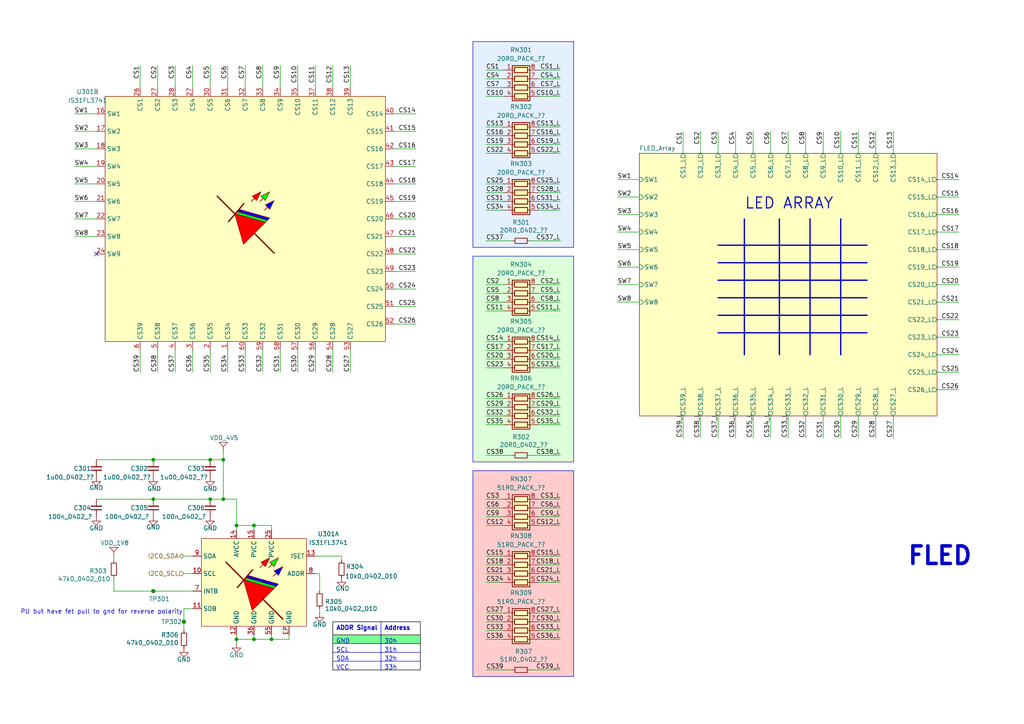
<source format=kicad_sch>
(kicad_sch (version 20250114) (generator "eeschema") (generator_version "9.0")
  (paper "A4")
  (title_block (title "Beacon Tower") (date "2025-06-14") (rev "1"))
  (lib_symbols
    (symbol "CUSTOM_LIBRARY:IS31FL3741"
      (property "Reference" "U" (at -5.08 5.08 0))
      (property "Value" "IS31FL3741" (at 0 2.54 0))
      (symbol "IS31FL3741_1_1"
        (rectangle (start 0 0) (end 30.48 -25.4) (fill (type background)))
        (polyline (pts (xy 7.112 -6.858) (xy 12.192 -11.938)) (stroke (width 0.381)))
        (polyline (pts (xy 10.414 -14.224) (xy 14.859 -9.017)) (stroke (width 0.381)))
        (polyline (pts (xy 12.192 -11.938) (xy 14.732 -20.828) (xy 21.082 -14.478) (xy 12.192 -11.938)) (fill (type color) (color 255 0 0 1)))
        (polyline (pts (xy 17.907 -7.493) (xy 17.018 -8.382)) (stroke (width 0.2032)))
        (polyline (pts (xy 17.907 -17.653) (xy 23.622 -23.368)) (stroke (width 0.381)))
        (polyline (pts (xy 18.542 -8.128) (xy 18.542 -8.128) (xy 19.812 -5.588) (xy 17.272 -6.858) (xy 18.542 -8.128)) (fill (type color) (color 255 0 0 1)))
        (polyline (pts (xy 20.447 -7.493) (xy 19.558 -8.382)) (stroke (width 0.2032)))
        (polyline (pts (xy 21.082 -8.128) (xy 21.082 -8.128) (xy 22.352 -5.588) (xy 19.812 -6.858) (xy 21.082 -8.128)) (fill (type color) (color 0 255 0 1)))
        (polyline (pts (xy 21.082 -14.478) (xy 21.717 -13.843) (xy 12.827 -11.303) (xy 12.192 -11.938) (xy 21.082 -14.478)) (fill (type color) (color 0 255 0 1)))
        (polyline (pts (xy 21.717 -10.033) (xy 20.828 -10.922)) (stroke (width 0.2032)))
        (polyline (pts (xy 21.717 -13.843) (xy 22.352 -13.208) (xy 13.462 -10.668) (xy 12.827 -11.303) (xy 21.717 -13.843)) (fill (type color) (color 0 0 255 1)))
        (polyline (pts (xy 22.352 -10.668) (xy 22.352 -10.668) (xy 23.622 -8.128) (xy 21.082 -9.398) (xy 22.352 -10.668)) (fill (type color) (color 0 0 255 1)))
        (pin bidirectional line (at -2.54 -5.08 0) (length 2.54) (name "SDA") (number "9"))
        (pin input line (at -2.54 -10.16 0) (length 2.54) (name "SCL") (number "10"))
        (pin input line (at -2.54 -15.24 0) (length 2.54) (name "INTB") (number "7"))
        (pin input line (at -2.54 -20.32 0) (length 2.54) (name "SDB") (number "11"))
        (pin power_in line (at 10.16 2.54 270) (length 2.54) (name "AVCC") (number "14"))
        (pin input line (at 10.16 -27.94 90) (length 2.54) (name "GND") (number "12"))
        (pin power_in line (at 15.24 2.54 270) (length 2.54) (name "PVCC") (number "15"))
        (pin passive line (at 15.24 -27.94 90) (length 2.54) (name "GND") (number "36"))
        (pin power_in line (at 20.32 2.54 270) (length 2.54) (name "PVCC") (number "25"))
        (pin passive line (at 20.32 -27.94 90) (length 2.54) (name "GND") (number "55"))
        (pin passive line (at 25.4 -27.94 90) (length 2.54) (name "GND") (number "EP"))
        (pin input line (at 33.02 -5.08 180) (length 2.54) (name "ISET") (number "13"))
        (pin input line (at 33.02 -10.16 180) (length 2.54) (name "ADDR") (number "8"))
      )
      (symbol "IS31FL3741_2_1"
        (rectangle (start 0 0) (end 81.28 -71.12) (fill (type background)))
        (polyline (pts (xy 32.512 -28.956) (xy 37.592 -34.036)) (stroke (width 0.381)))
        (polyline (pts (xy 35.814 -36.322) (xy 40.259 -31.115)) (stroke (width 0.381)))
        (polyline (pts (xy 37.592 -34.036) (xy 40.132 -42.926) (xy 46.482 -36.576) (xy 37.592 -34.036)) (fill (type color) (color 255 0 0 1)))
        (polyline (pts (xy 43.307 -29.591) (xy 42.418 -30.48)) (stroke (width 0.2032)))
        (polyline (pts (xy 43.307 -39.751) (xy 49.022 -45.466)) (stroke (width 0.381)))
        (polyline (pts (xy 43.942 -30.226) (xy 43.942 -30.226) (xy 45.212 -27.686) (xy 42.672 -28.956) (xy 43.942 -30.226)) (fill (type color) (color 255 0 0 1)))
        (polyline (pts (xy 45.847 -29.591) (xy 44.958 -30.48)) (stroke (width 0.2032)))
        (polyline (pts (xy 46.482 -30.226) (xy 46.482 -30.226) (xy 47.752 -27.686) (xy 45.212 -28.956) (xy 46.482 -30.226)) (fill (type color) (color 0 255 0 1)))
        (polyline (pts (xy 46.482 -36.576) (xy 47.117 -35.941) (xy 38.227 -33.401) (xy 37.592 -34.036) (xy 46.482 -36.576)) (fill (type color) (color 0 255 0 1)))
        (polyline (pts (xy 47.117 -32.131) (xy 46.228 -33.02)) (stroke (width 0.2032)))
        (polyline (pts (xy 47.117 -35.941) (xy 47.752 -35.306) (xy 38.862 -32.766) (xy 38.227 -33.401) (xy 47.117 -35.941)) (fill (type color) (color 0 0 255 1)))
        (polyline (pts (xy 47.752 -32.766) (xy 47.752 -32.766) (xy 49.022 -30.226) (xy 46.482 -31.496) (xy 47.752 -32.766)) (fill (type color) (color 0 0 255 1)))
        (pin output line (at -2.54 -5.08 0) (length 2.54) (name "SW1") (number "16"))
        (pin output line (at -2.54 -10.16 0) (length 2.54) (name "SW2") (number "17"))
        (pin output line (at -2.54 -15.24 0) (length 2.54) (name "SW3") (number "18"))
        (pin output line (at -2.54 -20.32 0) (length 2.54) (name "SW4") (number "19"))
        (pin output line (at -2.54 -25.4 0) (length 2.54) (name "SW5") (number "20"))
        (pin output line (at -2.54 -30.48 0) (length 2.54) (name "SW6") (number "21"))
        (pin output line (at -2.54 -35.56 0) (length 2.54) (name "SW7") (number "22"))
        (pin output line (at -2.54 -40.64 0) (length 2.54) (name "SW8") (number "23"))
        (pin output line (at -2.54 -45.72 0) (length 2.54) (name "SW9") (number "24"))
        (pin input line (at 10.16 2.54 270) (length 2.54) (name "CS1") (number "26"))
        (pin input line (at 10.16 -73.66 90) (length 2.54) (name "CS39") (number "6"))
        (pin input line (at 15.24 2.54 270) (length 2.54) (name "CS2") (number "27"))
        (pin input line (at 15.24 -73.66 90) (length 2.54) (name "CS38") (number "5"))
        (pin input line (at 20.32 2.54 270) (length 2.54) (name "CS3") (number "28"))
        (pin input line (at 20.32 -73.66 90) (length 2.54) (name "CS37") (number "4"))
        (pin input line (at 25.4 2.54 270) (length 2.54) (name "CS4") (number "27"))
        (pin input line (at 25.4 -73.66 90) (length 2.54) (name "CS36") (number "3"))
        (pin input line (at 30.48 2.54 270) (length 2.54) (name "CS5") (number "30"))
        (pin input line (at 30.48 -73.66 90) (length 2.54) (name "CS35") (number "2"))
        (pin input line (at 35.56 2.54 270) (length 2.54) (name "CS6") (number "31"))
        (pin input line (at 35.56 -73.66 90) (length 2.54) (name "CS34") (number "1"))
        (pin input line (at 40.64 2.54 270) (length 2.54) (name "CS7") (number "32"))
        (pin input line (at 40.64 -73.66 90) (length 2.54) (name "CS33") (number "60"))
        (pin input line (at 45.72 2.54 270) (length 2.54) (name "CS8") (number "33"))
        (pin input line (at 45.72 -73.66 90) (length 2.54) (name "CS32") (number "59"))
        (pin input line (at 50.8 2.54 270) (length 2.54) (name "CS9") (number "34"))
        (pin input line (at 50.8 -73.66 90) (length 2.54) (name "CS31") (number "58"))
        (pin input line (at 55.88 2.54 270) (length 2.54) (name "CS10") (number "35"))
        (pin input line (at 55.88 -73.66 90) (length 2.54) (name "CS30") (number "57"))
        (pin input line (at 60.96 2.54 270) (length 2.54) (name "CS11") (number "37"))
        (pin input line (at 60.96 -73.66 90) (length 2.54) (name "CS29") (number "56"))
        (pin input line (at 66.04 2.54 270) (length 2.54) (name "CS12") (number "38"))
        (pin input line (at 66.04 -73.66 90) (length 2.54) (name "CS28") (number "54"))
        (pin input line (at 71.12 2.54 270) (length 2.54) (name "CS13") (number "39"))
        (pin input line (at 71.12 -73.66 90) (length 2.54) (name "CS27") (number "53"))
        (pin input line (at 83.82 -5.08 180) (length 2.54) (name "CS14") (number "40"))
        (pin input line (at 83.82 -10.16 180) (length 2.54) (name "CS15") (number "41"))
        (pin input line (at 83.82 -15.24 180) (length 2.54) (name "CS16") (number "42"))
        (pin input line (at 83.82 -20.32 180) (length 2.54) (name "CS17") (number "43"))
        (pin input line (at 83.82 -25.4 180) (length 2.54) (name "CS18") (number "44"))
        (pin input line (at 83.82 -30.48 180) (length 2.54) (name "CS19") (number "45"))
        (pin input line (at 83.82 -35.56 180) (length 2.54) (name "CS20") (number "46"))
        (pin input line (at 83.82 -40.64 180) (length 2.54) (name "CS21") (number "47"))
        (pin input line (at 83.82 -45.72 180) (length 2.54) (name "CS22") (number "48"))
        (pin input line (at 83.82 -50.8 180) (length 2.54) (name "CS23") (number "49"))
        (pin input line (at 83.82 -55.88 180) (length 2.54) (name "CS24") (number "50"))
        (pin input line (at 83.82 -60.96 180) (length 2.54) (name "CS25") (number "51"))
        (pin input line (at 83.82 -66.04 180) (length 2.54) (name "CS26") (number "52"))
      )
    )
    (symbol "CUSTOM_LIBRARY:POWER_SINK" (power) (in_bom no) (on_board no)
      (property "Value" "POWER_SINK" (at -1.016 3.81 0))
      (symbol "POWER_SINK_0_1"
        (polyline (pts (xy 0 1.27) (xy 0 0)))
        (polyline (pts (xy 0 1.27) (xy -1.27 2.54) (xy 1.27 2.54) (xy 0 1.27)))
      )
      (symbol "POWER_SINK_1_1"
        (pin power_in line (at 0 0 90) (length 1.27) (hide yes) (name "VDD_3V3") (number ""))
      )
    )
    (symbol "CUSTOM_LIBRARY:R_Network_Combined_4"
      (property "Reference" "RN" (at 3.81 2.794 0))
      (symbol "R_Network_Combined_4_0_1"
        (rectangle (start 6.985 0.762) (end 3.175 -0.762) (stroke (width 0.254)))
        (rectangle (start 6.985 -1.778) (end 3.175 -3.302) (stroke (width 0.254)))
        (rectangle (start 6.985 -4.318) (end 3.175 -5.842) (stroke (width 0.254)))
        (rectangle (start 6.985 -6.858) (end 3.175 -8.382) (stroke (width 0.254)))
        (rectangle (start 7.62 1.27) (end 2.54 -8.89) (stroke (width 0.254)) (fill (type background)))
      )
      (symbol "R_Network_Combined_4_1_1"
        (pin passive line (at 0 0 0) (length 3.175) (name "~") (number "1"))
        (pin passive line (at 0 -2.54 0) (length 3.175) (name "~") (number "2"))
        (pin passive line (at 0 -5.08 0) (length 3.175) (name "~") (number "3"))
        (pin passive line (at 0 -7.62 0) (length 3.175) (name "~") (number "4"))
        (pin passive line (at 10.16 0 180) (length 3.175) (name "~") (number "8"))
        (pin passive line (at 10.16 -2.54 180) (length 3.175) (name "~") (number "7"))
        (pin passive line (at 10.16 -5.08 180) (length 3.175) (name "~") (number "6"))
        (pin passive line (at 10.16 -7.62 180) (length 3.175) (name "~") (number "5"))
      )
    )
    (symbol "Connector:TestPoint_Small" (pin_numbers (hide yes)) (pin_names (offset 0.762) (hide yes))
      (property "Reference" "TP" (at 0 3.81 0))
      (property "Value" "TestPoint_Small" (at 0 2.032 0))
      (symbol "TestPoint_Small_0_1"
        (circle (center 0 0) (radius 0.508))
      )
      (symbol "TestPoint_Small_1_1"
        (pin passive line (at 0 0 90) (length 0) (name "1") (number "1"))
      )
    )
    (symbol "Device:C_Small" (pin_numbers (hide yes)) (pin_names (offset 0.254) (hide yes))
      (property "Reference" "C" (at 0.254 1.778 0))
      (property "Value" "C_Small" (at 0.254 -2.032 0))
      (symbol "C_Small_0_1"
        (polyline (pts (xy -1.524 0.508) (xy 1.524 0.508)) (stroke (width 0.3048)))
        (polyline (pts (xy -1.524 -0.508) (xy 1.524 -0.508)) (stroke (width 0.3302)))
      )
      (symbol "C_Small_1_1"
        (pin passive line (at 0 2.54 270) (length 2.032) (name "~") (number "1"))
        (pin passive line (at 0 -2.54 90) (length 2.032) (name "~") (number "2"))
      )
    )
    (symbol "Device:R_Small" (pin_numbers (hide yes)) (pin_names (offset 0.254) (hide yes))
      (property "Reference" "R" (at 0 0 90))
      (property "Value" "R_Small" (at 1.778 0 90))
      (symbol "R_Small_0_1"
        (rectangle (start -0.762 1.778) (end 0.762 -1.778) (stroke (width 0.2032)))
      )
      (symbol "R_Small_1_1"
        (pin passive line (at 0 2.54 270) (length 0.762) (name "~") (number "1"))
        (pin passive line (at 0 -2.54 90) (length 0.762) (name "~") (number "2"))
      )
    )
    (symbol "IS31FL3741_2"
      (property "Reference" "U" (at -5.08 5.08 0))
      (property "Value" "IS31FL3741" (at 0 2.54 0))
      (symbol "IS31FL3741_2_1_1"
        (rectangle (start 0 0) (end 30.48 -25.4) (fill (type background)))
        (polyline (pts (xy 7.112 -6.858) (xy 12.192 -11.938)) (stroke (width 0.381)))
        (polyline (pts (xy 10.414 -14.224) (xy 14.859 -9.017)) (stroke (width 0.381)))
        (polyline (pts (xy 12.192 -11.938) (xy 14.732 -20.828) (xy 21.082 -14.478) (xy 12.192 -11.938)) (fill (type color) (color 255 0 0 1)))
        (polyline (pts (xy 17.907 -7.493) (xy 17.018 -8.382)) (stroke (width 0.2032)))
        (polyline (pts (xy 17.907 -17.653) (xy 23.622 -23.368)) (stroke (width 0.381)))
        (polyline (pts (xy 18.542 -8.128) (xy 18.542 -8.128) (xy 19.812 -5.588) (xy 17.272 -6.858) (xy 18.542 -8.128)) (fill (type color) (color 255 0 0 1)))
        (polyline (pts (xy 20.447 -7.493) (xy 19.558 -8.382)) (stroke (width 0.2032)))
        (polyline (pts (xy 21.082 -8.128) (xy 21.082 -8.128) (xy 22.352 -5.588) (xy 19.812 -6.858) (xy 21.082 -8.128)) (fill (type color) (color 0 255 0 1)))
        (polyline (pts (xy 21.082 -14.478) (xy 21.717 -13.843) (xy 12.827 -11.303) (xy 12.192 -11.938) (xy 21.082 -14.478)) (fill (type color) (color 0 255 0 1)))
        (polyline (pts (xy 21.717 -10.033) (xy 20.828 -10.922)) (stroke (width 0.2032)))
        (polyline (pts (xy 21.717 -13.843) (xy 22.352 -13.208) (xy 13.462 -10.668) (xy 12.827 -11.303) (xy 21.717 -13.843)) (fill (type color) (color 0 0 255 1)))
        (polyline (pts (xy 22.352 -10.668) (xy 22.352 -10.668) (xy 23.622 -8.128) (xy 21.082 -9.398) (xy 22.352 -10.668)) (fill (type color) (color 0 0 255 1)))
        (pin bidirectional line (at -2.54 -5.08 0) (length 2.54) (name "SDA") (number "9"))
        (pin input line (at -2.54 -10.16 0) (length 2.54) (name "SCL") (number "10"))
        (pin input line (at -2.54 -15.24 0) (length 2.54) (name "INTB") (number "7"))
        (pin input line (at -2.54 -20.32 0) (length 2.54) (name "SDB") (number "11"))
        (pin power_in line (at 10.16 2.54 270) (length 2.54) (name "AVCC") (number "14"))
        (pin input line (at 10.16 -27.94 90) (length 2.54) (name "GND") (number "12"))
        (pin power_in line (at 15.24 2.54 270) (length 2.54) (name "PVCC") (number "15"))
        (pin passive line (at 15.24 -27.94 90) (length 2.54) (name "GND") (number "36"))
        (pin power_in line (at 20.32 2.54 270) (length 2.54) (name "PVCC") (number "25"))
        (pin passive line (at 20.32 -27.94 90) (length 2.54) (name "GND") (number "55"))
        (pin passive line (at 25.4 -27.94 90) (length 2.54) (name "GND") (number "EP"))
        (pin input line (at 33.02 -5.08 180) (length 2.54) (name "ISET") (number "13"))
        (pin input line (at 33.02 -10.16 180) (length 2.54) (name "ADDR") (number "8"))
      )
      (symbol "IS31FL3741_2_2_1"
        (rectangle (start 0 0) (end 81.28 -71.12) (fill (type background)))
        (polyline (pts (xy 32.512 -28.956) (xy 37.592 -34.036)) (stroke (width 0.381)))
        (polyline (pts (xy 35.814 -36.322) (xy 40.259 -31.115)) (stroke (width 0.381)))
        (polyline (pts (xy 37.592 -34.036) (xy 40.132 -42.926) (xy 46.482 -36.576) (xy 37.592 -34.036)) (fill (type color) (color 255 0 0 1)))
        (polyline (pts (xy 43.307 -29.591) (xy 42.418 -30.48)) (stroke (width 0.2032)))
        (polyline (pts (xy 43.307 -39.751) (xy 49.022 -45.466)) (stroke (width 0.381)))
        (polyline (pts (xy 43.942 -30.226) (xy 43.942 -30.226) (xy 45.212 -27.686) (xy 42.672 -28.956) (xy 43.942 -30.226)) (fill (type color) (color 255 0 0 1)))
        (polyline (pts (xy 45.847 -29.591) (xy 44.958 -30.48)) (stroke (width 0.2032)))
        (polyline (pts (xy 46.482 -30.226) (xy 46.482 -30.226) (xy 47.752 -27.686) (xy 45.212 -28.956) (xy 46.482 -30.226)) (fill (type color) (color 0 255 0 1)))
        (polyline (pts (xy 46.482 -36.576) (xy 47.117 -35.941) (xy 38.227 -33.401) (xy 37.592 -34.036) (xy 46.482 -36.576)) (fill (type color) (color 0 255 0 1)))
        (polyline (pts (xy 47.117 -32.131) (xy 46.228 -33.02)) (stroke (width 0.2032)))
        (polyline (pts (xy 47.117 -35.941) (xy 47.752 -35.306) (xy 38.862 -32.766) (xy 38.227 -33.401) (xy 47.117 -35.941)) (fill (type color) (color 0 0 255 1)))
        (polyline (pts (xy 47.752 -32.766) (xy 47.752 -32.766) (xy 49.022 -30.226) (xy 46.482 -31.496) (xy 47.752 -32.766)) (fill (type color) (color 0 0 255 1)))
        (pin output line (at -2.54 -5.08 0) (length 2.54) (name "SW1") (number "16"))
        (pin output line (at -2.54 -10.16 0) (length 2.54) (name "SW2") (number "17"))
        (pin output line (at -2.54 -15.24 0) (length 2.54) (name "SW3") (number "18"))
        (pin output line (at -2.54 -20.32 0) (length 2.54) (name "SW4") (number "19"))
        (pin output line (at -2.54 -25.4 0) (length 2.54) (name "SW5") (number "20"))
        (pin output line (at -2.54 -30.48 0) (length 2.54) (name "SW6") (number "21"))
        (pin output line (at -2.54 -35.56 0) (length 2.54) (name "SW7") (number "22"))
        (pin output line (at -2.54 -40.64 0) (length 2.54) (name "SW8") (number "23"))
        (pin output line (at -2.54 -45.72 0) (length 2.54) (name "SW9") (number "24"))
        (pin input line (at 10.16 2.54 270) (length 2.54) (name "CS1") (number "26"))
        (pin input line (at 10.16 -73.66 90) (length 2.54) (name "CS39") (number "6"))
        (pin input line (at 15.24 2.54 270) (length 2.54) (name "CS2") (number "27"))
        (pin input line (at 15.24 -73.66 90) (length 2.54) (name "CS38") (number "5"))
        (pin input line (at 20.32 2.54 270) (length 2.54) (name "CS3") (number "28"))
        (pin input line (at 20.32 -73.66 90) (length 2.54) (name "CS37") (number "4"))
        (pin input line (at 25.4 2.54 270) (length 2.54) (name "CS4") (number "27"))
        (pin input line (at 25.4 -73.66 90) (length 2.54) (name "CS36") (number "3"))
        (pin input line (at 30.48 2.54 270) (length 2.54) (name "CS5") (number "30"))
        (pin input line (at 30.48 -73.66 90) (length 2.54) (name "CS35") (number "2"))
        (pin input line (at 35.56 2.54 270) (length 2.54) (name "CS6") (number "31"))
        (pin input line (at 35.56 -73.66 90) (length 2.54) (name "CS34") (number "1"))
        (pin input line (at 40.64 2.54 270) (length 2.54) (name "CS7") (number "32"))
        (pin input line (at 40.64 -73.66 90) (length 2.54) (name "CS33") (number "60"))
        (pin input line (at 45.72 2.54 270) (length 2.54) (name "CS8") (number "33"))
        (pin input line (at 45.72 -73.66 90) (length 2.54) (name "CS32") (number "59"))
        (pin input line (at 50.8 2.54 270) (length 2.54) (name "CS9") (number "34"))
        (pin input line (at 50.8 -73.66 90) (length 2.54) (name "CS31") (number "58"))
        (pin input line (at 55.88 2.54 270) (length 2.54) (name "CS10") (number "35"))
        (pin input line (at 55.88 -73.66 90) (length 2.54) (name "CS30") (number "57"))
        (pin input line (at 60.96 2.54 270) (length 2.54) (name "CS11") (number "37"))
        (pin input line (at 60.96 -73.66 90) (length 2.54) (name "CS29") (number "56"))
        (pin input line (at 66.04 2.54 270) (length 2.54) (name "CS12") (number "38"))
        (pin input line (at 66.04 -73.66 90) (length 2.54) (name "CS28") (number "54"))
        (pin input line (at 71.12 2.54 270) (length 2.54) (name "CS13") (number "39"))
        (pin input line (at 71.12 -73.66 90) (length 2.54) (name "CS27") (number "53"))
        (pin input line (at 83.82 -5.08 180) (length 2.54) (name "CS14") (number "40"))
        (pin input line (at 83.82 -10.16 180) (length 2.54) (name "CS15") (number "41"))
        (pin input line (at 83.82 -15.24 180) (length 2.54) (name "CS16") (number "42"))
        (pin input line (at 83.82 -20.32 180) (length 2.54) (name "CS17") (number "43"))
        (pin input line (at 83.82 -25.4 180) (length 2.54) (name "CS18") (number "44"))
        (pin input line (at 83.82 -30.48 180) (length 2.54) (name "CS19") (number "45"))
        (pin input line (at 83.82 -35.56 180) (length 2.54) (name "CS20") (number "46"))
        (pin input line (at 83.82 -40.64 180) (length 2.54) (name "CS21") (number "47"))
        (pin input line (at 83.82 -45.72 180) (length 2.54) (name "CS22") (number "48"))
        (pin input line (at 83.82 -50.8 180) (length 2.54) (name "CS23") (number "49"))
        (pin input line (at 83.82 -55.88 180) (length 2.54) (name "CS24") (number "50"))
        (pin input line (at 83.82 -60.96 180) (length 2.54) (name "CS25") (number "51"))
        (pin input line (at 83.82 -66.04 180) (length 2.54) (name "CS26") (number "52"))
      )
    )
    (symbol "power:GND" (power) (pin_numbers (hide yes)) (pin_names (offset 0) (hide yes))
      (property "Value" "GND" (at 0 -3.81 0))
      (symbol "GND_0_1"
        (polyline (pts (xy 0 0) (xy 0 -1.27) (xy 1.27 -1.27) (xy 0 -2.54) (xy -1.27 -1.27) (xy 0 -1.27)))
      )
      (symbol "GND_1_1"
        (pin power_in line (at 0 0 270) (length 0) (name "~") (number "1"))
      )
    )
  )
  (rectangle (start 137.16 136.525) (end 166.37 196.215) (fill (type color) (color 255 0 9 0.2)))
  (rectangle (start 137.16 74.295) (end 166.37 133.985) (fill (type color) (color 80 255 67 0.2)))
  (rectangle (start 137.16 12.065) (end 166.37 71.755) (fill (type color) (color 126 182 255 0.2)))
  (text "LED ARRAY" (at 215.9 60.96 0) (effects (font (size 3.175 3.175) (thickness 0.3175)) (justify left bottom)))
  (text "PU but have fet pull to gnd for reverse polarity" (at 29.464 177.546 0) (effects (font (size 1.27 1.27))))
  (text "FLED" (at 262.89 164.338 0) (effects (font (size 5.08 5.08) (thickness 1.016) (bold yes)) (justify left bottom)))
  (junction (at 44.45 144.78))
  (junction (at 73.66 152.4))
  (junction (at 53.34 180.34))
  (junction (at 60.96 144.78))
  (junction (at 64.77 144.78))
  (junction (at 64.77 133.35))
  (junction (at 44.45 171.45))
  (junction (at 44.45 133.35))
  (junction (at 68.58 152.4))
  (junction (at 60.96 133.35))
  (junction (at 68.58 185.42))
  (junction (at 73.66 185.42))
  (junction (at 78.74 185.42))
  (no_connect (at 27.94 73.66))
  (wire (pts (xy 278.13 87.63) (xy 271.78 87.63)))
  (wire (pts (xy 68.58 152.4) (xy 73.66 152.4)))
  (wire (pts (xy 156.21 44.45) (xy 162.56 44.45)))
  (wire (pts (xy 208.28 38.1) (xy 208.28 44.45)))
  (wire (pts (xy 208.28 127) (xy 208.28 120.65)))
  (wire (pts (xy 156.21 152.4) (xy 162.56 152.4)))
  (wire (pts (xy 140.97 194.31) (xy 148.59 194.31)))
  (wire (pts (xy 179.07 52.07) (xy 185.42 52.07)))
  (wire (pts (xy 238.76 127) (xy 238.76 120.65)))
  (wire (pts (xy 228.6 127) (xy 228.6 120.65)))
  (wire (pts (xy 140.97 41.91) (xy 146.05 41.91)))
  (wire (pts (xy 91.44 19.05) (xy 91.44 25.4)))
  (wire (pts (xy 101.6 107.95) (xy 101.6 101.6)))
  (wire (pts (xy 156.21 104.14) (xy 162.56 104.14)))
  (wire (pts (xy 213.36 127) (xy 213.36 120.65)))
  (wire (pts (xy 278.13 113.03) (xy 271.78 113.03)))
  (wire (pts (xy 45.72 19.05) (xy 45.72 25.4)))
  (wire (pts (xy 73.66 185.42) (xy 78.74 185.42)))
  (wire (pts (xy 179.07 57.15) (xy 185.42 57.15)))
  (wire (pts (xy 86.36 107.95) (xy 86.36 101.6)))
  (wire (pts (xy 44.45 144.78) (xy 27.94 144.78)))
  (wire (pts (xy 60.96 144.78) (xy 44.45 144.78)))
  (wire (pts (xy 156.21 25.4) (xy 162.56 25.4)))
  (wire (pts (xy 203.2 127) (xy 203.2 120.65)))
  (wire (pts (xy 140.97 177.8) (xy 146.05 177.8)))
  (wire (pts (xy 156.21 55.88) (xy 162.56 55.88)))
  (wire (pts (xy 60.96 133.35) (xy 44.45 133.35)))
  (wire (pts (xy 21.59 68.58) (xy 27.94 68.58)))
  (wire (pts (xy 156.21 41.91) (xy 162.56 41.91)))
  (wire (pts (xy 162.56 132.08) (xy 153.67 132.08)))
  (wire (pts (xy 179.07 72.39) (xy 185.42 72.39)))
  (wire (pts (xy 53.34 180.34) (xy 53.34 176.53)))
  (wire (pts (xy 233.68 127) (xy 233.68 120.65)))
  (wire (pts (xy 21.59 33.02) (xy 27.94 33.02)))
  (wire (pts (xy 156.21 39.37) (xy 162.56 39.37)))
  (wire (pts (xy 99.06 161.29) (xy 99.06 162.56)))
  (wire (pts (xy 140.97 87.63) (xy 146.05 87.63)))
  (wire (pts (xy 278.13 67.31) (xy 271.78 67.31)))
  (wire (pts (xy 140.97 25.4) (xy 146.05 25.4)))
  (wire (pts (xy 53.34 180.34) (xy 53.34 182.88)))
  (wire (pts (xy 218.44 38.1) (xy 218.44 44.45)))
  (wire (pts (xy 218.44 127) (xy 218.44 120.65)))
  (polyline (pts (xy 208.28 76.2) (xy 251.46 76.2)) (stroke (width 0.381) (type solid)))
  (wire (pts (xy 78.74 152.4) (xy 73.66 152.4)))
  (wire (pts (xy 156.21 101.6) (xy 162.56 101.6)))
  (wire (pts (xy 120.65 73.66) (xy 114.3 73.66)))
  (wire (pts (xy 140.97 180.34) (xy 146.05 180.34)))
  (wire (pts (xy 278.13 57.15) (xy 271.78 57.15)))
  (wire (pts (xy 40.64 19.05) (xy 40.64 25.4)))
  (wire (pts (xy 120.65 33.02) (xy 114.3 33.02)))
  (wire (pts (xy 140.97 161.29) (xy 146.05 161.29)))
  (wire (pts (xy 203.2 38.1) (xy 203.2 44.45)))
  (wire (pts (xy 68.58 185.42) (xy 68.58 184.15)))
  (wire (pts (xy 156.21 99.06) (xy 162.56 99.06)))
  (wire (pts (xy 45.72 107.95) (xy 45.72 101.6)))
  (polyline (pts (xy 215.9 102.87) (xy 215.9 63.5)) (stroke (width 0.381) (type solid)))
  (wire (pts (xy 156.21 120.65) (xy 162.56 120.65)))
  (wire (pts (xy 156.21 144.78) (xy 162.56 144.78)))
  (wire (pts (xy 21.59 38.1) (xy 27.94 38.1)))
  (wire (pts (xy 140.97 99.06) (xy 146.05 99.06)))
  (wire (pts (xy 120.65 88.9) (xy 114.3 88.9)))
  (wire (pts (xy 278.13 62.23) (xy 271.78 62.23)))
  (wire (pts (xy 213.36 38.1) (xy 213.36 44.45)))
  (polyline (pts (xy 208.28 96.52) (xy 251.46 96.52)) (stroke (width 0.381) (type solid)))
  (wire (pts (xy 156.21 180.34) (xy 162.56 180.34)))
  (wire (pts (xy 64.77 130.81) (xy 64.77 133.35)))
  (wire (pts (xy 40.64 107.95) (xy 40.64 101.6)))
  (wire (pts (xy 153.67 69.85) (xy 162.56 69.85)))
  (wire (pts (xy 83.82 185.42) (xy 78.74 185.42)))
  (wire (pts (xy 44.45 133.35) (xy 27.94 133.35)))
  (wire (pts (xy 156.21 115.57) (xy 162.56 115.57)))
  (wire (pts (xy 68.58 153.67) (xy 68.58 152.4)))
  (wire (pts (xy 21.59 63.5) (xy 27.94 63.5)))
  (wire (pts (xy 140.97 82.55) (xy 146.05 82.55)))
  (wire (pts (xy 66.04 107.95) (xy 66.04 101.6)))
  (wire (pts (xy 156.21 22.86) (xy 162.56 22.86)))
  (wire (pts (xy 179.07 87.63) (xy 185.42 87.63)))
  (wire (pts (xy 91.44 107.95) (xy 91.44 101.6)))
  (wire (pts (xy 156.21 168.91) (xy 162.56 168.91)))
  (wire (pts (xy 73.66 185.42) (xy 68.58 185.42)))
  (wire (pts (xy 53.34 176.53) (xy 55.88 176.53)))
  (polyline (pts (xy 208.28 86.36) (xy 251.46 86.36)) (stroke (width 0.381) (type solid)))
  (wire (pts (xy 96.52 19.05) (xy 96.52 25.4)))
  (wire (pts (xy 44.45 171.45) (xy 55.88 171.45)))
  (wire (pts (xy 179.07 77.47) (xy 185.42 77.47)))
  (wire (pts (xy 140.97 118.11) (xy 146.05 118.11)))
  (wire (pts (xy 254 127) (xy 254 120.65)))
  (wire (pts (xy 21.59 43.18) (xy 27.94 43.18)))
  (wire (pts (xy 64.77 133.35) (xy 60.96 133.35)))
  (wire (pts (xy 140.97 58.42) (xy 146.05 58.42)))
  (wire (pts (xy 179.07 62.23) (xy 185.42 62.23)))
  (wire (pts (xy 156.21 58.42) (xy 162.56 58.42)))
  (wire (pts (xy 76.2 107.95) (xy 76.2 101.6)))
  (wire (pts (xy 140.97 144.78) (xy 146.05 144.78)))
  (wire (pts (xy 140.97 149.86) (xy 146.05 149.86)))
  (wire (pts (xy 156.21 161.29) (xy 162.56 161.29)))
  (wire (pts (xy 278.13 102.87) (xy 271.78 102.87)))
  (wire (pts (xy 120.65 53.34) (xy 114.3 53.34)))
  (wire (pts (xy 156.21 36.83) (xy 162.56 36.83)))
  (wire (pts (xy 73.66 184.15) (xy 73.66 185.42)))
  (wire (pts (xy 223.52 127) (xy 223.52 120.65)))
  (wire (pts (xy 86.36 19.05) (xy 86.36 25.4)))
  (wire (pts (xy 120.65 38.1) (xy 114.3 38.1)))
  (wire (pts (xy 68.58 144.78) (xy 68.58 152.4)))
  (wire (pts (xy 120.65 78.74) (xy 114.3 78.74)))
  (wire (pts (xy 156.21 53.34) (xy 162.56 53.34)))
  (wire (pts (xy 140.97 90.17) (xy 146.05 90.17)))
  (wire (pts (xy 198.12 127) (xy 198.12 120.65)))
  (wire (pts (xy 248.92 38.1) (xy 248.92 44.45)))
  (wire (pts (xy 248.92 127) (xy 248.92 120.65)))
  (wire (pts (xy 92.71 166.37) (xy 91.44 166.37)))
  (wire (pts (xy 120.65 83.82) (xy 114.3 83.82)))
  (wire (pts (xy 64.77 144.78) (xy 60.96 144.78)))
  (wire (pts (xy 120.65 93.98) (xy 114.3 93.98)))
  (wire (pts (xy 278.13 97.79) (xy 271.78 97.79)))
  (wire (pts (xy 140.97 39.37) (xy 146.05 39.37)))
  (wire (pts (xy 140.97 36.83) (xy 146.05 36.83)))
  (wire (pts (xy 140.97 69.85) (xy 148.59 69.85)))
  (wire (pts (xy 140.97 20.32) (xy 146.05 20.32)))
  (wire (pts (xy 140.97 163.83) (xy 146.05 163.83)))
  (wire (pts (xy 92.71 171.45) (xy 92.71 166.37)))
  (wire (pts (xy 223.52 38.1) (xy 223.52 44.45)))
  (wire (pts (xy 66.04 19.05) (xy 66.04 25.4)))
  (wire (pts (xy 140.97 101.6) (xy 146.05 101.6)))
  (wire (pts (xy 140.97 115.57) (xy 146.05 115.57)))
  (wire (pts (xy 120.65 68.58) (xy 114.3 68.58)))
  (wire (pts (xy 64.77 133.35) (xy 64.77 144.78)))
  (wire (pts (xy 92.71 176.53) (xy 92.71 177.8)))
  (wire (pts (xy 140.97 55.88) (xy 146.05 55.88)))
  (wire (pts (xy 179.07 82.55) (xy 185.42 82.55)))
  (wire (pts (xy 101.6 19.05) (xy 101.6 25.4)))
  (wire (pts (xy 278.13 92.71) (xy 271.78 92.71)))
  (wire (pts (xy 140.97 106.68) (xy 146.05 106.68)))
  (wire (pts (xy 243.84 38.1) (xy 243.84 44.45)))
  (wire (pts (xy 140.97 60.96) (xy 146.05 60.96)))
  (wire (pts (xy 81.28 19.05) (xy 81.28 25.4)))
  (wire (pts (xy 140.97 120.65) (xy 146.05 120.65)))
  (wire (pts (xy 33.02 167.64) (xy 33.02 171.45)))
  (wire (pts (xy 140.97 132.08) (xy 148.59 132.08)))
  (polyline (pts (xy 243.84 102.87) (xy 243.84 63.5)) (stroke (width 0.381) (type solid)))
  (polyline (pts (xy 226.06 102.87) (xy 226.06 63.5)) (stroke (width 0.381) (type solid)))
  (wire (pts (xy 254 38.1) (xy 254 44.45)))
  (wire (pts (xy 140.97 27.94) (xy 146.05 27.94)))
  (wire (pts (xy 156.21 82.55) (xy 162.56 82.55)))
  (wire (pts (xy 156.21 20.32) (xy 162.56 20.32)))
  (wire (pts (xy 278.13 77.47) (xy 271.78 77.47)))
  (wire (pts (xy 50.8 107.95) (xy 50.8 101.6)))
  (polyline (pts (xy 234.95 102.87) (xy 234.95 63.5)) (stroke (width 0.381) (type solid)))
  (wire (pts (xy 156.21 87.63) (xy 162.56 87.63)))
  (wire (pts (xy 50.8 19.05) (xy 50.8 25.4)))
  (wire (pts (xy 91.44 161.29) (xy 99.06 161.29)))
  (wire (pts (xy 33.02 171.45) (xy 44.45 171.45)))
  (wire (pts (xy 278.13 52.07) (xy 271.78 52.07)))
  (wire (pts (xy 120.65 63.5) (xy 114.3 63.5)))
  (wire (pts (xy 156.21 85.09) (xy 162.56 85.09)))
  (wire (pts (xy 53.34 166.37) (xy 55.88 166.37)))
  (wire (pts (xy 228.6 38.1) (xy 228.6 44.45)))
  (wire (pts (xy 140.97 85.09) (xy 146.05 85.09)))
  (wire (pts (xy 278.13 107.95) (xy 271.78 107.95)))
  (wire (pts (xy 33.02 161.29) (xy 33.02 162.56)))
  (wire (pts (xy 73.66 152.4) (xy 73.66 153.67)))
  (wire (pts (xy 140.97 22.86) (xy 146.05 22.86)))
  (wire (pts (xy 21.59 53.34) (xy 27.94 53.34)))
  (wire (pts (xy 140.97 168.91) (xy 146.05 168.91)))
  (wire (pts (xy 21.59 58.42) (xy 27.94 58.42)))
  (wire (pts (xy 278.13 72.39) (xy 271.78 72.39)))
  (wire (pts (xy 140.97 152.4) (xy 146.05 152.4)))
  (wire (pts (xy 83.82 184.15) (xy 83.82 185.42)))
  (wire (pts (xy 156.21 185.42) (xy 162.56 185.42)))
  (wire (pts (xy 278.13 82.55) (xy 271.78 82.55)))
  (wire (pts (xy 96.52 107.95) (xy 96.52 101.6)))
  (wire (pts (xy 140.97 53.34) (xy 146.05 53.34)))
  (wire (pts (xy 120.65 43.18) (xy 114.3 43.18)))
  (wire (pts (xy 55.88 107.95) (xy 55.88 101.6)))
  (wire (pts (xy 156.21 60.96) (xy 162.56 60.96)))
  (wire (pts (xy 156.21 163.83) (xy 162.56 163.83)))
  (wire (pts (xy 140.97 182.88) (xy 146.05 182.88)))
  (wire (pts (xy 259.08 44.45) (xy 259.08 38.1)))
  (wire (pts (xy 140.97 147.32) (xy 146.05 147.32)))
  (wire (pts (xy 81.28 107.95) (xy 81.28 101.6)))
  (wire (pts (xy 78.74 153.67) (xy 78.74 152.4)))
  (wire (pts (xy 140.97 123.19) (xy 146.05 123.19)))
  (wire (pts (xy 55.88 19.05) (xy 55.88 25.4)))
  (wire (pts (xy 156.21 177.8) (xy 162.56 177.8)))
  (wire (pts (xy 21.59 48.26) (xy 27.94 48.26)))
  (wire (pts (xy 64.77 144.78) (xy 68.58 144.78)))
  (wire (pts (xy 179.07 67.31) (xy 185.42 67.31)))
  (wire (pts (xy 140.97 104.14) (xy 146.05 104.14)))
  (wire (pts (xy 53.34 161.29) (xy 55.88 161.29)))
  (wire (pts (xy 140.97 44.45) (xy 146.05 44.45)))
  (wire (pts (xy 78.74 184.15) (xy 78.74 185.42)))
  (wire (pts (xy 153.67 194.31) (xy 162.56 194.31)))
  (wire (pts (xy 120.65 48.26) (xy 114.3 48.26)))
  (wire (pts (xy 71.12 19.05) (xy 71.12 25.4)))
  (polyline (pts (xy 208.28 91.44) (xy 251.46 91.44)) (stroke (width 0.381) (type solid)))
  (wire (pts (xy 156.21 166.37) (xy 162.56 166.37)))
  (wire (pts (xy 140.97 166.37) (xy 146.05 166.37)))
  (wire (pts (xy 156.21 182.88) (xy 162.56 182.88)))
  (wire (pts (xy 76.2 19.05) (xy 76.2 25.4)))
  (wire (pts (xy 233.68 38.1) (xy 233.68 44.45)))
  (wire (pts (xy 156.21 149.86) (xy 162.56 149.86)))
  (wire (pts (xy 140.97 185.42) (xy 146.05 185.42)))
  (wire (pts (xy 259.08 127) (xy 259.08 120.65)))
  (wire (pts (xy 71.12 107.95) (xy 71.12 101.6)))
  (wire (pts (xy 238.76 38.1) (xy 238.76 44.45)))
  (wire (pts (xy 156.21 27.94) (xy 162.56 27.94)))
  (wire (pts (xy 156.21 118.11) (xy 162.56 118.11)))
  (polyline (pts (xy 208.28 81.28) (xy 251.46 81.28)) (stroke (width 0.381) (type solid)))
  (wire (pts (xy 198.12 38.1) (xy 198.12 44.45)))
  (wire (pts (xy 60.96 19.05) (xy 60.96 25.4)))
  (wire (pts (xy 156.21 147.32) (xy 162.56 147.32)))
  (polyline (pts (xy 208.28 71.12) (xy 251.46 71.12)) (stroke (width 0.381) (type solid)))
  (wire (pts (xy 60.96 107.95) (xy 60.96 101.6)))
  (wire (pts (xy 120.65 58.42) (xy 114.3 58.42)))
  (wire (pts (xy 243.84 127) (xy 243.84 120.65)))
  (wire (pts (xy 156.21 123.19) (xy 162.56 123.19)))
  (wire (pts (xy 156.21 106.68) (xy 162.56 106.68)))
  (wire (pts (xy 68.58 186.69) (xy 68.58 185.42)))
  (wire (pts (xy 156.21 90.17) (xy 162.56 90.17)))
  (table (column_count 2) (border (external yes) (header yes) (stroke (width 0) (color 0 0 0 1))) (separators (rows yes) (cols yes)) (column_widths 13.97 11.43) (row_heights 3.81 2.54 2.54 2.54 2.54) (cells (table_cell "ADDR Signal" (at 96.52 180.34 0) (size 13.97 3.81) (margins 0.9525 0.9525 0.9525 0.9525) (span 1 1)) (table_cell "Address" (at 110.49 180.34 0) (size 11.43 3.81) (margins 0.9525 0.9525 0.9525 0.9525) (span 1 1)) (table_cell "GND" (at 96.52 184.15 0) (size 13.97 2.54) (margins 0.9525 0.9525 0.9525 0.9525) (span 1 1) (fill (type color) (color 118 255 146 1))) (table_cell "30h" (at 110.49 184.15 0) (size 11.43 2.54) (margins 0.9525 0.9525 0.9525 0.9525) (span 1 1) (fill (type color) (color 118 255 146 1))) (table_cell "SCL" (at 96.52 186.69 0) (size 13.97 2.54) (margins 0.9525 0.9525 0.9525 0.9525) (span 1 1)) (table_cell "31h" (at 110.49 186.69 0) (size 11.43 2.54) (margins 0.9525 0.9525 0.9525 0.9525) (span 1 1)) (table_cell "SDA" (at 96.52 189.23 0) (size 13.97 2.54) (margins 0.9525 0.9525 0.9525 0.9525) (span 1 1) (fill (type color))) (table_cell "32h" (at 110.49 189.23 0) (size 11.43 2.54) (margins 0.9525 0.9525 0.9525 0.9525) (span 1 1) (fill (type color))) (table_cell "VCC" (at 96.52 191.77 0) (size 13.97 2.54) (margins 0.9525 0.9525 0.9525 0.9525) (span 1 1)) (table_cell "33h" (at 110.49 191.77 0) (size 11.43 2.54) (margins 0.9525 0.9525 0.9525 0.9525) (span 1 1))))
  (label "CS13" (at 259.08 38.1 270))
  (label "CS9" (at 81.28 19.05 270))
  (label "CS33" (at 140.97 182.88 0))
  (label "CS21" (at 120.65 68.58 180))
  (label "CS22" (at 140.97 44.45 0))
  (label "CS22_L" (at 162.56 44.45 180))
  (label "CS30" (at 140.97 180.34 0))
  (label "CS27" (at 140.97 177.8 0))
  (label "CS18_L" (at 162.56 163.83 180))
  (label "CS35" (at 60.96 107.95 90))
  (label "CS12_L" (at 162.56 152.4 180))
  (label "CS25" (at 278.13 107.95 180))
  (label "CS27" (at 259.08 127 90))
  (label "CS4_L" (at 162.56 22.86 180))
  (label "CS33_L" (at 228.6 127 90))
  (label "CS24_L" (at 162.56 168.91 180))
  (label "CS6" (at 223.52 38.1 270))
  (label "CS2" (at 45.72 19.05 270))
  (label "SW3" (at 179.07 62.23 0))
  (label "CS35_L" (at 162.56 123.19 180))
  (label "CS2" (at 203.2 38.1 270))
  (label "CS8" (at 76.2 19.05 270))
  (label "CS31" (at 140.97 58.42 0))
  (label "CS28" (at 96.52 107.95 90))
  (label "CS3" (at 50.8 19.05 270))
  (label "CS13" (at 140.97 36.83 0))
  (label "CS29" (at 91.44 107.95 90))
  (label "CS18" (at 278.13 72.39 180))
  (label "SW1" (at 179.07 52.07 0))
  (label "CS36_L" (at 162.56 185.42 180))
  (label "CS37" (at 50.8 107.95 90))
  (label "CS14" (at 120.65 33.02 180))
  (label "CS27" (at 101.6 107.95 90))
  (label "CS26" (at 120.65 93.98 180))
  (label "CS39" (at 40.64 107.95 90))
  (label "CS28_L" (at 162.56 55.88 180))
  (label "CS32" (at 76.2 107.95 90))
  (label "CS7" (at 228.6 38.1 270))
  (label "SW5" (at 179.07 72.39 0))
  (label "CS38" (at 45.72 107.95 90))
  (label "SW8" (at 21.59 68.58 0))
  (label "CS21_L" (at 162.56 166.37 180))
  (label "CS32" (at 233.68 127 90))
  (label "CS13_L" (at 162.56 36.83 180))
  (label "CS39" (at 140.97 194.31 0))
  (label "SW6" (at 179.07 77.47 0))
  (label "CS29" (at 248.92 127 90))
  (label "CS33_L" (at 162.56 182.88 180))
  (label "CS7_L" (at 162.56 25.4 180))
  (label "SW6" (at 21.59 58.42 0))
  (label "CS8" (at 140.97 87.63 0))
  (label "SW2" (at 179.07 57.15 0))
  (label "CS9" (at 140.97 149.86 0))
  (label "CS6" (at 140.97 147.32 0))
  (label "CS4" (at 140.97 22.86 0))
  (label "CS4" (at 55.88 19.05 270))
  (label "CS16" (at 120.65 43.18 180))
  (label "CS26" (at 278.13 113.03 180))
  (label "CS28" (at 140.97 55.88 0))
  (label "CS29_L" (at 162.56 118.11 180))
  (label "CS25_L" (at 162.56 53.34 180))
  (label "CS17" (at 120.65 48.26 180))
  (label "CS5" (at 140.97 85.09 0))
  (label "CS2_L" (at 162.56 82.55 180))
  (label "CS12" (at 96.52 19.05 270))
  (label "CS21" (at 278.13 87.63 180))
  (label "SW7" (at 179.07 82.55 0))
  (label "CS25" (at 140.97 53.34 0))
  (label "CS12" (at 140.97 152.4 0))
  (label "CS16" (at 278.13 62.23 180))
  (label "CS29" (at 140.97 118.11 0))
  (label "CS15_L" (at 162.56 161.29 180))
  (label "CS21" (at 140.97 166.37 0))
  (label "CS1" (at 140.97 20.32 0))
  (label "CS13" (at 101.6 19.05 270))
  (label "CS17" (at 278.13 67.31 180))
  (label "CS4" (at 213.36 38.1 270))
  (label "CS10" (at 243.84 38.1 270))
  (label "CS23" (at 278.13 97.79 180))
  (label "SW1" (at 21.59 33.02 0))
  (label "CS25" (at 120.65 88.9 180))
  (label "CS17" (at 140.97 101.6 0))
  (label "CS39_L" (at 198.12 127 90))
  (label "CS19" (at 140.97 41.91 0))
  (label "CS10" (at 86.36 19.05 270))
  (label "CS10_L" (at 162.56 27.94 180))
  (label "CS3_L" (at 162.56 144.78 180))
  (label "CS34_L" (at 223.52 127 90))
  (label "CS3" (at 140.97 144.78 0))
  (label "CS31_L" (at 162.56 58.42 180))
  (label "CS24" (at 278.13 102.87 180))
  (label "CS23_L" (at 162.56 106.68 180))
  (label "CS3" (at 208.28 38.1 270))
  (label "CS35" (at 140.97 123.19 0))
  (label "CS32_L" (at 162.56 120.65 180))
  (label "CS31" (at 81.28 107.95 90))
  (label "SW7" (at 21.59 63.5 0))
  (label "CS38_L" (at 203.2 127 90))
  (label "SW4" (at 21.59 48.26 0))
  (label "SW3" (at 21.59 43.18 0))
  (label "CS30" (at 86.36 107.95 90))
  (label "CS23" (at 140.97 106.68 0))
  (label "CS8_L" (at 162.56 87.63 180))
  (label "CS33" (at 71.12 107.95 90))
  (label "CS22" (at 120.65 73.66 180))
  (label "SW2" (at 21.59 38.1 0))
  (label "CS39_L" (at 162.56 194.31 180))
  (label "CS22" (at 278.13 92.71 180))
  (label "SW4" (at 179.07 67.31 0))
  (label "CS6" (at 66.04 19.05 270))
  (label "CS27_L" (at 162.56 177.8 180))
  (label "CS15" (at 120.65 38.1 180))
  (label "CS24" (at 140.97 168.91 0))
  (label "CS35_L" (at 218.44 127 90))
  (label "CS32" (at 140.97 120.65 0))
  (label "CS15" (at 278.13 57.15 180))
  (label "CS5_L" (at 162.56 85.09 180))
  (label "CS9" (at 238.76 38.1 270))
  (label "CS20" (at 120.65 63.5 180))
  (label "CS1" (at 40.64 19.05 270))
  (label "CS18" (at 140.97 163.83 0))
  (label "CS14" (at 140.97 99.06 0))
  (label "CS37" (at 140.97 69.85 0))
  (label "CS7" (at 140.97 25.4 0))
  (label "CS15" (at 140.97 161.29 0))
  (label "CS36" (at 55.88 107.95 90))
  (label "CS36" (at 140.97 185.42 0))
  (label "CS26_L" (at 162.56 115.57 180))
  (label "SW8" (at 179.07 87.63 0))
  (label "CS38" (at 140.97 132.08 0))
  (label "CS16" (at 140.97 39.37 0))
  (label "CS18" (at 120.65 53.34 180))
  (label "CS26" (at 140.97 115.57 0))
  (label "SW5" (at 21.59 53.34 0))
  (label "CS16_L" (at 162.56 39.37 180))
  (label "CS28" (at 254 127 90))
  (label "CS7" (at 71.12 19.05 270))
  (label "CS37_L" (at 208.28 127 90))
  (label "CS5" (at 218.44 38.1 270))
  (label "CS10" (at 140.97 27.94 0))
  (label "CS11" (at 91.44 19.05 270))
  (label "CS11" (at 140.97 90.17 0))
  (label "CS17_L" (at 162.56 101.6 180))
  (label "CS6_L" (at 162.56 147.32 180))
  (label "CS14_L" (at 162.56 99.06 180))
  (label "CS24" (at 120.65 83.82 180))
  (label "CS11_L" (at 162.56 90.17 180))
  (label "CS30_L" (at 162.56 180.34 180))
  (label "CS1" (at 198.12 38.1 270))
  (label "CS5" (at 60.96 19.05 270))
  (label "CS37_L" (at 162.56 69.85 180))
  (label "CS20" (at 278.13 82.55 180))
  (label "CS19" (at 278.13 77.47 180))
  (label "CS11" (at 248.92 38.1 270))
  (label "CS30" (at 243.84 127 90))
  (label "CS34_L" (at 162.56 60.96 180))
  (label "CS34" (at 140.97 60.96 0))
  (label "CS31" (at 238.76 127 90))
  (label "CS2" (at 140.97 82.55 0))
  (label "CS8" (at 233.68 38.1 270))
  (label "CS20_L" (at 162.56 104.14 180))
  (label "CS19" (at 120.65 58.42 180))
  (label "CS38_L" (at 162.56 132.08 180))
  (label "CS20" (at 140.97 104.14 0))
  (label "CS12" (at 254 38.1 270))
  (label "CS23" (at 120.65 78.74 180))
  (label "CS1_L" (at 162.56 20.32 180))
  (label "CS19_L" (at 162.56 41.91 180))
  (label "CS9_L" (at 162.56 149.86 180))
  (label "CS36_L" (at 213.36 127 90))
  (label "CS14" (at 278.13 52.07 180))
  (label "CS34" (at 66.04 107.95 90))
  (hierarchical_label "I2C0_SDA" (shape bidirectional) (at 53.34 161.29 180) (property "Intersheetrefs" "${INTERSHEET_REFS}" (effects (hide yes))))
  (hierarchical_label "I2C0_SCL" (shape input) (at 53.34 166.37 180) (property "Intersheetrefs" "${INTERSHEET_REFS}" (effects (hide yes))))
  (symbol (lib_id "power:GND") (at 27.94 149.86 0) (unit 1)
    (property "Reference" "#PWR0305" (effects (hide yes)))
    (property "Value" "GND" (at 27.94 153.162 0))
    (property "Description" "Power symbol creates a global label with name \"GND\" , ground" (effects (hide yes)))
  )
  (symbol (lib_id "Device:C_Small") (at 27.94 135.89 180) (unit 1)
    (property "Reference" "C301" (at 23.876 135.89 0))
    (property "Value" "1u00_0402_??" (at 20.32 138.43 0))
    (property "Footprint" "Capacitor_SMD:C_0402_1005Metric" (effects (hide yes)))
  )
  (symbol (lib_id "Device:R_Small") (at 33.02 165.1 180) (unit 1)
    (property "Reference" "R303" (at 28.448 165.608 0))
    (property "Value" "47k0_0402_010" (at 24.384 167.894 0))
    (property "Footprint" "Resistor_SMD:R_0402_1005Metric" (effects (hide yes)))
  )
  (symbol (lib_id "Device:R_Small") (at 151.13 69.85 270) (unit 1)
    (property "Reference" "R301" (at 151.13 64.516 90))
    (property "Value" "20R0_0402_??" (at 151.892 66.802 90))
    (property "Footprint" "Footprint_Library:0402_1005Metric_Handsolder" (effects (hide yes)))
  )
  (symbol (lib_id "power:GND") (at 68.58 186.69 0) (unit 1)
    (property "Reference" "#PWR0311" (effects (hide yes)))
    (property "Value" "GND" (at 68.58 189.992 0))
    (property "Description" "Power symbol creates a global label with name \"GND\" , ground" (effects (hide yes)))
  )
  (symbol (lib_id "Device:C_Small") (at 60.96 135.89 180) (unit 1)
    (property "Reference" "C303" (at 56.896 135.89 0))
    (property "Value" "1u00_0402_??" (at 53.34 138.43 0))
    (property "Footprint" "Capacitor_SMD:C_0402_1005Metric" (effects (hide yes)))
  )
  (symbol (lib_id "power:GND") (at 44.45 149.86 0) (unit 1)
    (property "Reference" "#PWR0306" (effects (hide yes)))
    (property "Value" "GND" (at 44.45 152.908 0))
    (property "Description" "Power symbol creates a global label with name \"GND\" , ground" (effects (hide yes)))
  )
  (symbol (lib_id "power:GND") (at 44.45 138.43 0) (unit 1)
    (property "Reference" "#PWR0303" (effects (hide yes)))
    (property "Value" "GND" (at 44.704 141.732 0))
    (property "Description" "Power symbol creates a global label with name \"GND\" , ground" (effects (hide yes)))
  )
  (symbol (lib_id "Device:R_Small") (at 151.13 132.08 270) (unit 1)
    (property "Reference" "R302" (at 151.13 126.746 90))
    (property "Value" "20R0_0402_??" (at 151.892 129.032 90))
    (property "Footprint" "Footprint_Library:0402_1005Metric_Handsolder" (effects (hide yes)))
  )
  (symbol (lib_id "Device:R_Small") (at 151.13 194.31 270) (unit 1)
    (property "Reference" "R307" (at 151.892 188.976 90))
    (property "Value" "51R0_0402_??" (at 151.892 191.262 90))
    (property "Footprint" "Footprint_Library:0402_1005Metric_Handsolder" (effects (hide yes)))
  )
  (symbol (lib_id "power:GND") (at 27.94 138.43 0) (unit 1)
    (property "Reference" "#PWR0302" (effects (hide yes)))
    (property "Value" "GND" (at 27.94 141.478 0))
    (property "Description" "Power symbol creates a global label with name \"GND\" , ground" (effects (hide yes)))
  )
  (symbol (lib_id "power:GND") (at 60.96 138.43 0) (unit 1)
    (property "Reference" "#PWR0304" (effects (hide yes)))
    (property "Value" "GND" (at 60.96 141.732 0))
    (property "Description" "Power symbol creates a global label with name \"GND\" , ground" (effects (hide yes)))
  )
  (symbol (lib_id "CUSTOM_LIBRARY:R_Network_Combined_4") (at 146.05 36.83 0) (unit 1)
    (property "Reference" "RN302" (at 151.13 30.988 0))
    (property "Value" "20R0_PACK_??" (at 151.13 33.528 0))
  )
  (symbol (lib_id "power:GND") (at 60.96 149.86 0) (unit 1)
    (property "Reference" "#PWR0307" (effects (hide yes)))
    (property "Value" "GND" (at 60.96 153.162 0))
    (property "Description" "Power symbol creates a global label with name \"GND\" , ground" (effects (hide yes)))
  )
  (symbol (lib_id "CUSTOM_LIBRARY:R_Network_Combined_4") (at 146.05 99.06 0) (unit 1)
    (property "Reference" "RN305" (at 151.13 93.218 0))
    (property "Value" "20R0_PACK_??" (at 151.13 95.758 0))
  )
  (symbol (lib_id "Device:R_Small") (at 99.06 165.1 180) (unit 1)
    (property "Reference" "R304" (at 102.87 164.338 0))
    (property "Value" "10k0_0402_010" (at 107.696 167.132 0))
    (property "Footprint" "Resistor_SMD:R_0402_1005Metric" (effects (hide yes)))
  )
  (symbol (lib_id "power:GND") (at 53.34 187.96 0) (unit 1)
    (property "Reference" "#PWR0312" (effects (hide yes)))
    (property "Value" "GND" (at 53.34 191.262 0))
    (property "Description" "Power symbol creates a global label with name \"GND\" , ground" (effects (hide yes)))
  )
  (symbol (lib_id "CUSTOM_LIBRARY:R_Network_Combined_4") (at 146.05 177.8 0) (unit 1)
    (property "Reference" "RN309" (at 151.13 171.958 0))
    (property "Value" "51R0_PACK_??" (at 151.13 174.498 0))
  )
  (symbol (lib_name "IS31FL3741_2") (lib_id "CUSTOM_LIBRARY:IS31FL3741") (at 30.48 27.94 0) (unit 2)
    (property "Reference" "U301" (at 25.4 26.5998 0))
    (property "Value" "IS31FL3741" (at 25.4 29.1398 0))
    (property "Footprint" "CUSTOM_FOOTPRINTS:QFN40P7X7_Thermal25" (effects (hide yes)))
    (property "Datasheet" "https://www.mouser.com/ProductDetail/Lumissil/IS31FL3741A-QFLS4-TR?qs=vHuUswq2%252BswTP7dMFLQAvQ%3D%3D" (effects (hide yes)))
    (property "Description" "LED Driver, I2C, 39X9 Dot Matrix" (effects (hide yes)))
  )
  (symbol (lib_id "CUSTOM_LIBRARY:IS31FL3741") (at 58.42 156.21 0) (unit 1)
    (property "Reference" "U301" (at 95.25 154.8698 0))
    (property "Value" "IS31FL3741" (at 95.25 157.4098 0))
    (property "Footprint" "CUSTOM_FOOTPRINTS:QFN40P7X7_Thermal25" (effects (hide yes)))
    (property "Datasheet" "https://www.mouser.com/ProductDetail/Lumissil/IS31FL3741A-QFLS4-TR?qs=vHuUswq2%252BswTP7dMFLQAvQ%3D%3D" (effects (hide yes)))
    (property "Description" "LED Driver, I2C, 39X9 Dot Matrix" (effects (hide yes)))
  )
  (symbol (lib_id "Device:C_Small") (at 44.45 147.32 180) (unit 1)
    (property "Reference" "C305" (at 40.386 147.32 0))
    (property "Value" "100n_0402_?" (at 36.83 149.86 0))
    (property "Footprint" "Capacitor_SMD:C_0402_1005Metric" (effects (hide yes)))
  )
  (symbol (lib_id "CUSTOM_LIBRARY:R_Network_Combined_4") (at 146.05 53.34 0) (unit 1)
    (property "Reference" "RN303" (at 151.13 47.498 0))
    (property "Value" "20R0_PACK_??" (at 151.13 50.038 0))
  )
  (symbol (lib_id "CUSTOM_LIBRARY:R_Network_Combined_4") (at 146.05 144.78 0) (unit 1)
    (property "Reference" "RN307" (at 151.13 138.938 0))
    (property "Value" "51R0_PACK_??" (at 151.13 141.478 0))
  )
  (symbol (lib_id "CUSTOM_LIBRARY:R_Network_Combined_4") (at 146.05 20.32 0) (unit 1)
    (property "Reference" "RN301" (at 151.13 14.478 0))
    (property "Value" "20R0_PACK_??" (at 151.13 17.018 0))
  )
  (symbol (lib_id "Device:R_Small") (at 53.34 185.42 180) (unit 1)
    (property "Reference" "R306" (at 49.276 184.15 0))
    (property "Value" "47k0_0402_010" (at 44.196 186.436 0))
    (property "Footprint" "Resistor_SMD:R_0402_1005Metric" (effects (hide yes)))
  )
  (symbol (lib_id "Device:C_Small") (at 27.94 147.32 180) (unit 1)
    (property "Reference" "C304" (at 23.876 147.32 0))
    (property "Value" "100n_0402_?" (at 20.32 149.86 0))
    (property "Footprint" "Capacitor_SMD:C_0402_1005Metric" (effects (hide yes)))
  )
  (symbol (lib_id "Device:R_Small") (at 92.71 173.99 180) (unit 1)
    (property "Reference" "R305" (at 96.774 174.498 0))
    (property "Value" "10k0_0402_010" (at 101.854 176.53 0))
    (property "Footprint" "Resistor_SMD:R_0402_1005Metric" (effects (hide yes)))
  )
  (symbol (lib_id "Device:C_Small") (at 44.45 135.89 180) (unit 1)
    (property "Reference" "C302" (at 40.386 135.89 0))
    (property "Value" "1u00_0402_??" (at 36.83 138.43 0))
    (property "Footprint" "Capacitor_SMD:C_0402_1005Metric" (effects (hide yes)))
  )
  (symbol (lib_id "CUSTOM_LIBRARY:POWER_SINK") (at 64.77 130.81 0) (unit 1) (in_bom no) (on_board no)
    (property "Reference" "#PWR0301" (effects (hide yes)))
    (property "Value" "VDD_4V5" (at 65.024 127 0))
  )
  (symbol (lib_id "CUSTOM_LIBRARY:R_Network_Combined_4") (at 146.05 82.55 0) (unit 1)
    (property "Reference" "RN304" (at 151.13 76.708 0))
    (property "Value" "20R0_PACK_??" (at 151.13 79.248 0))
  )
  (symbol (lib_id "Device:C_Small") (at 60.96 147.32 180) (unit 1)
    (property "Reference" "C306" (at 56.896 147.32 0))
    (property "Value" "100n_0402_?" (at 53.34 149.86 0))
    (property "Footprint" "Capacitor_SMD:C_0402_1005Metric" (effects (hide yes)))
  )
  (symbol (lib_id "CUSTOM_LIBRARY:POWER_SINK") (at 33.02 161.29 0) (unit 1) (in_bom no) (on_board no)
    (property "Reference" "#PWR0308" (effects (hide yes)))
    (property "Value" "VDD_1V8" (at 33.274 157.48 0))
  )
  (symbol (lib_id "power:GND") (at 92.71 177.8 0) (unit 1)
    (property "Reference" "#PWR0310" (effects (hide yes)))
    (property "Value" "GND" (at 92.71 181.102 0))
    (property "Description" "Power symbol creates a global label with name \"GND\" , ground" (effects (hide yes)))
  )
  (symbol (lib_id "CUSTOM_LIBRARY:R_Network_Combined_4") (at 146.05 115.57 0) (unit 1)
    (property "Reference" "RN306" (at 151.13 109.728 0))
    (property "Value" "20R0_PACK_??" (at 151.13 112.268 0))
  )
  (symbol (lib_id "power:GND") (at 99.06 167.64 0) (unit 1)
    (property "Reference" "#PWR0309" (effects (hide yes)))
    (property "Value" "GND" (at 99.314 170.688 0))
    (property "Description" "Power symbol creates a global label with name \"GND\" , ground" (effects (hide yes)))
  )
  (symbol (lib_id "Connector:TestPoint_Small") (at 44.45 171.45 0) (unit 1)
    (property "Reference" "TP301" (at 43.18 173.736 0) (effects (justify left)))
    (property "Value" "TestPoint_Small" (effects (hide yes)))
    (property "Footprint" "TestPoint:TestPoint_Pad_D2.0mm" (effects (hide yes)))
    (property "Description" "test point" (effects (hide yes)))
  )
  (symbol (lib_id "CUSTOM_LIBRARY:R_Network_Combined_4") (at 146.05 161.29 0) (unit 1)
    (property "Reference" "RN308" (at 151.13 155.448 0))
    (property "Value" "51R0_PACK_??" (at 151.13 157.988 0))
  )
  (symbol (lib_id "Connector:TestPoint_Small") (at 53.34 180.34 0) (unit 1)
    (property "Reference" "TP302" (at 46.736 180.34 0) (effects (justify left)))
    (property "Value" "TestPoint_Small" (effects (hide yes)))
    (property "Footprint" "TestPoint:TestPoint_Pad_D2.0mm" (effects (hide yes)))
    (property "Description" "test point" (effects (hide yes)))
  )
  (sheet (at 185.42 44.45) (size 86.36 76.2) (stroke (width 0.1524)) (fill (color 255 255 194 1.0000))
    (property "Sheetname" "FLED_Array" (at 185.42 43.7384 0) (effects (justify left bottom)))
    (property "Sheetfile" "FLED_Array.kicad_sch" (effects (hide yes)))
    (pin "SW1" input (at 185.42 52.07 180))
    (pin "SW2" input (at 185.42 57.15 180))
    (pin "SW3" input (at 185.42 62.23 180))
    (pin "SW4" input (at 185.42 67.31 180))
    (pin "SW5" input (at 185.42 72.39 180))
    (pin "SW6" input (at 185.42 77.47 180))
    (pin "SW7" input (at 185.42 82.55 180))
    (pin "SW8" input (at 185.42 87.63 180))
    (pin "CS16_L" output (at 271.78 62.23 0))
    (pin "CS18_L" output (at 271.78 72.39 0))
    (pin "CS12_L" output (at 254 44.45 90))
    (pin "CS19_L" output (at 271.78 77.47 0))
    (pin "CS11_L" output (at 248.92 44.45 90))
    (pin "CS33_L" output (at 228.6 120.65 270))
    (pin "CS39_L" output (at 198.12 120.65 270))
    (pin "CS32_L" output (at 233.68 120.65 270))
    (pin "CS1_L" output (at 198.12 44.45 90))
    (pin "CS10_L" output (at 243.84 44.45 90))
    (pin "CS36_L" output (at 213.36 120.65 270))
    (pin "CS34_L" output (at 223.52 120.65 270))
    (pin "CS20_L" output (at 271.78 82.55 0))
    (pin "CS38_L" output (at 203.2 120.65 270))
    (pin "CS21_L" output (at 271.78 87.63 0))
    (pin "CS17_L" output (at 271.78 67.31 0))
    (pin "CS31_L" output (at 238.76 120.65 270))
    (pin "CS35_L" output (at 218.44 120.65 270))
    (pin "CS13_L" output (at 259.08 44.45 90))
    (pin "CS14_L" output (at 271.78 52.07 0))
    (pin "CS15_L" output (at 271.78 57.15 0))
    (pin "CS6_L" output (at 223.52 44.45 90))
    (pin "CS26_L" output (at 271.78 113.03 0))
    (pin "CS23_L" output (at 271.78 97.79 0))
    (pin "CS25_L" output (at 271.78 107.95 0))
    (pin "CS3_L" output (at 208.28 44.45 90))
    (pin "CS37_L" output (at 208.28 120.65 270))
    (pin "CS4_L" output (at 213.36 44.45 90))
    (pin "CS28_L" output (at 254 120.65 270))
    (pin "CS22_L" output (at 271.78 92.71 0))
    (pin "CS5_L" output (at 218.44 44.45 90))
    (pin "CS27_L" output (at 259.08 120.65 270))
    (pin "CS7_L" output (at 228.6 44.45 90))
    (pin "CS9_L" output (at 238.76 44.45 90))
    (pin "CS2_L" output (at 203.2 44.45 90))
    (pin "CS24_L" output (at 271.78 102.87 0))
    (pin "CS30_L" output (at 243.84 120.65 270))
    (pin "CS8_L" output (at 233.68 44.45 90))
    (pin "CS29_L" output (at 248.92 120.65 270))
  )
)
</source>
